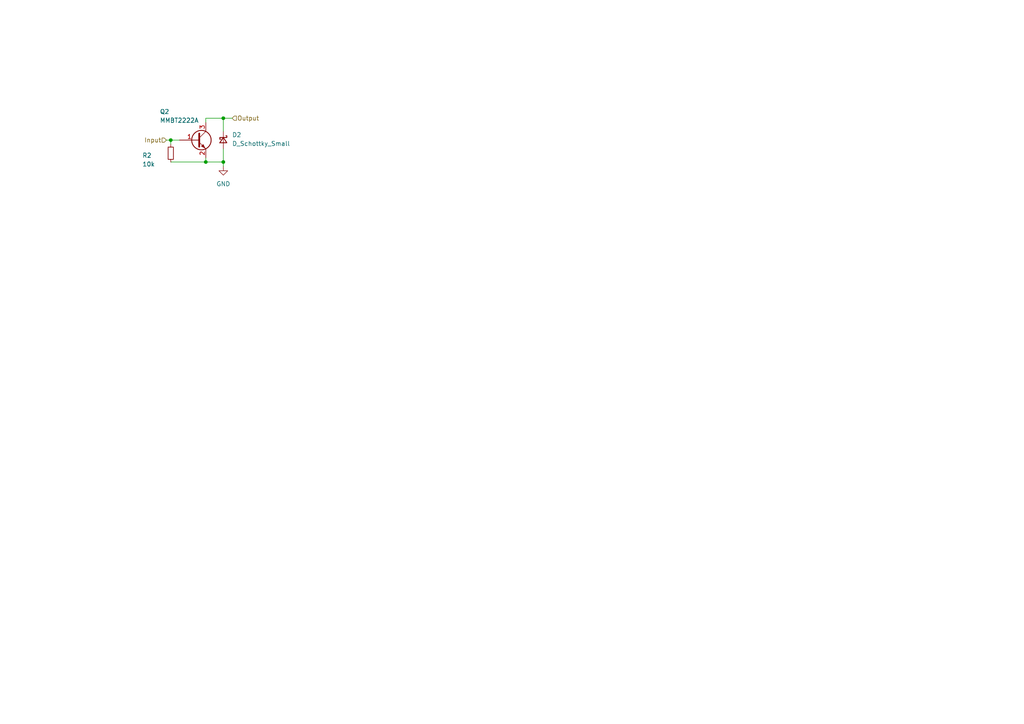
<source format=kicad_sch>
(kicad_sch (version 20231120) (generator "eeschema") (generator_version "8.0")
  (paper "A4")
  (lib_symbols
    (symbol "Device:D_Schottky_Small" (pin_numbers hide) (pin_names (offset 0.254) hide)
      (property "Reference" "D" (at -1.27 2.032 0))
      (property "Value" "D_Schottky_Small" (at -7.112 -2.032 0))
      (symbol "D_Schottky_Small_0_1"
        (polyline (pts (xy -0.762 0) (xy 0.762 0)))
        (polyline (pts (xy 0.762 -1.016) (xy -0.762 0) (xy 0.762 1.016) (xy 0.762 -1.016)) (stroke (width 0.254)))
        (polyline (pts (xy -1.27 0.762) (xy -1.27 1.016) (xy -0.762 1.016) (xy -0.762 -1.016) (xy -0.254 -1.016) (xy -0.254 -0.762)) (stroke (width 0.254)))
      )
      (symbol "D_Schottky_Small_1_1"
        (pin passive line (at -2.54 0 0) (length 1.778) (name "K") (number "1"))
        (pin passive line (at 2.54 0 180) (length 1.778) (name "A") (number "2"))
      )
    )
    (symbol "Device:R_Small" (pin_numbers hide) (pin_names (offset 0.254) hide)
      (property "Reference" "R" (at 0.762 0.508 0))
      (property "Value" "R_Small" (at 0.762 -1.016 0))
      (symbol "R_Small_0_1"
        (rectangle (start -0.762 1.778) (end 0.762 -1.778) (stroke (width 0.2032)))
      )
      (symbol "R_Small_1_1"
        (pin passive line (at 0 2.54 270) (length 0.762) (name "~") (number "1"))
        (pin passive line (at 0 -2.54 90) (length 0.762) (name "~") (number "2"))
      )
    )
    (symbol "Transistor_BJT:MMBT2222A" (pin_names (offset 0) hide)
      (property "Reference" "Q" (at 5.08 1.905 0))
      (property "Value" "MMBT2222A" (at 5.08 0 0))
      (symbol "MMBT2222A_0_1"
        (polyline (pts (xy 0.635 0.635) (xy 2.54 2.54)))
        (polyline (pts (xy 0.635 -0.635) (xy 2.54 -2.54) (xy 2.54 -2.54)))
        (polyline (pts (xy 0.635 1.905) (xy 0.635 -1.905) (xy 0.635 -1.905)) (stroke (width 0.508)))
        (polyline (pts (xy 1.27 -1.778) (xy 1.778 -1.27) (xy 2.286 -2.286) (xy 1.27 -1.778) (xy 1.27 -1.778)) (fill (type outline)))
        (circle (center 1.27 0) (radius 2.8194) (stroke (width 0.254)))
      )
      (symbol "MMBT2222A_1_1"
        (pin input line (at -5.08 0 0) (length 5.715) (name "B") (number "1"))
        (pin passive line (at 2.54 -5.08 90) (length 2.54) (name "E") (number "2"))
        (pin passive line (at 2.54 5.08 270) (length 2.54) (name "C") (number "3"))
      )
    )
    (symbol "power:GND" (power) (pin_numbers hide) (pin_names (offset 0) hide)
      (property "Value" "GND" (at 0 -3.81 0))
      (symbol "GND_0_1"
        (polyline (pts (xy 0 0) (xy 0 -1.27) (xy 1.27 -1.27) (xy 0 -2.54) (xy -1.27 -1.27) (xy 0 -1.27)))
      )
      (symbol "GND_1_1"
        (pin power_in line (at 0 0 270) (length 0) (name "~") (number "1"))
      )
    )
  )
  (junction (at 64.77 34.29))
  (junction (at 49.53 40.64))
  (junction (at 64.77 46.99))
  (junction (at 59.69 46.99))
  (wire (pts (xy 59.69 46.99) (xy 59.69 45.72)))
  (wire (pts (xy 49.53 40.64) (xy 52.07 40.64)))
  (wire (pts (xy 48.26 40.64) (xy 49.53 40.64)))
  (wire (pts (xy 64.77 48.26) (xy 64.77 46.99)))
  (wire (pts (xy 64.77 38.1) (xy 64.77 34.29)))
  (wire (pts (xy 49.53 41.91) (xy 49.53 40.64)))
  (wire (pts (xy 64.77 46.99) (xy 59.69 46.99)))
  (wire (pts (xy 59.69 34.29) (xy 64.77 34.29)))
  (wire (pts (xy 64.77 34.29) (xy 67.31 34.29)))
  (wire (pts (xy 64.77 43.18) (xy 64.77 46.99)))
  (wire (pts (xy 49.53 46.99) (xy 59.69 46.99)))
  (wire (pts (xy 59.69 35.56) (xy 59.69 34.29)))
  (hierarchical_label "Input" (shape input) (at 48.26 40.64 180))
  (hierarchical_label "Output" (shape input) (at 67.31 34.29 0))
  (symbol (lib_id "Device:R_Small") (at 49.53 44.45 0) (unit 1)
    (property "Reference" "R2" (at 41.275 45.085 0) (effects (justify left)))
    (property "Value" "10k" (at 41.275 47.625 0) (effects (justify left)))
    (property "Footprint" "Resistor_SMD:R_0805_2012Metric" (effects (hide yes)))
    (property "Description" "Resistor, small symbol" (effects (hide yes)))
    (instances (project "Showcase" (path "" (reference "R2") (unit 1)) (path "" (reference "R4") (unit 1)) (path "" (reference "R1") (unit 1))) (project "SubPcb" (path "" (reference "R1") (unit 1))))
  )
  (symbol (lib_id "Transistor_BJT:MMBT2222A") (at 57.15 40.64 0) (unit 1)
    (property "Reference" "Q2" (at 46.355 32.385 0) (effects (justify left)))
    (property "Value" "MMBT2222A" (at 46.355 34.925 0) (effects (justify left)))
    (property "Footprint" "Package_TO_SOT_SMD:SOT-23" (effects (hide yes)))
    (property "Datasheet" "https://assets.nexperia.com/documents/data-sheet/MMBT2222A.pdf" (effects (hide yes)))
    (property "Description" "600mA Ic, 40V Vce, NPN Transistor, SOT-23" (effects (hide yes)))
    (instances (project "Showcase" (path "" (reference "Q2") (unit 1)) (path "" (reference "Q4") (unit 1)) (path "" (reference "Q1") (unit 1))) (project "SubPcb" (path "" (reference "Q1") (unit 1))))
  )
  (symbol (lib_id "Device:D_Schottky_Small") (at 64.77 40.64 270) (unit 1)
    (property "Reference" "D2" (at 67.31 39.1159 90) (effects (justify left)))
    (property "Value" "D_Schottky_Small" (at 67.31 41.6559 90) (effects (justify left)))
    (property "Footprint" "Diode_SMD:D_0805_2012Metric" (effects (hide yes)))
    (property "Description" "Schottky diode, small symbol" (effects (hide yes)))
    (instances (project "Showcase" (path "" (reference "D2") (unit 1)) (path "" (reference "D4") (unit 1)) (path "" (reference "D1") (unit 1))) (project "SubPcb" (path "" (reference "D1") (unit 1))))
  )
  (symbol (lib_id "power:GND") (at 64.77 48.26 0) (unit 1)
    (property "Reference" "#PWR010" (effects (hide yes)))
    (property "Value" "GND" (at 64.77 53.34 0))
    (property "Description" "Power symbol creates a global label with name \"GND\" , ground" (effects (hide yes)))
    (instances (project "Showcase" (path "" (reference "#PWR010") (unit 1)) (path "" (reference "#PWR015") (unit 1)) (path "" (reference "#PWR05") (unit 1))) (project "SubPcb" (path "" (reference "#PWR01") (unit 1))))
  )
)
</source>
